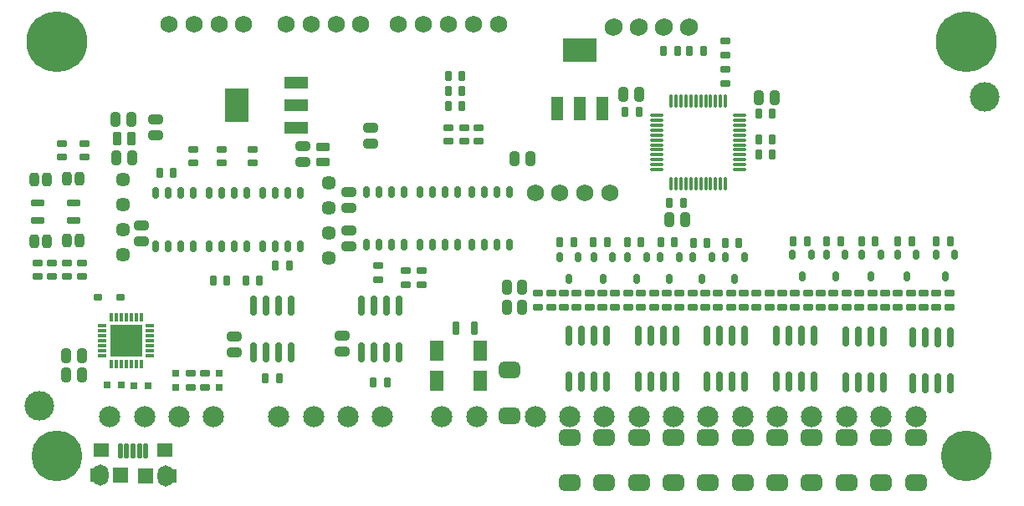
<source format=gbs>
G04 Layer_Color=16711935*
%FSLAX44Y44*%
%MOMM*%
G71*
G01*
G75*
%ADD37R,3.2000X3.2000*%
%ADD38R,0.3000X0.9500*%
%ADD39R,0.9500X0.3000*%
%ADD69C,3.0000*%
G04:AMPARAMS|DCode=73|XSize=0.65mm|YSize=1.4mm|CornerRadius=0.2mm|HoleSize=0mm|Usage=FLASHONLY|Rotation=270.000|XOffset=0mm|YOffset=0mm|HoleType=Round|Shape=RoundedRectangle|*
%AMROUNDEDRECTD73*
21,1,0.6500,1.0000,0,0,270.0*
21,1,0.2500,1.4000,0,0,270.0*
1,1,0.4000,-0.5000,-0.1250*
1,1,0.4000,-0.5000,0.1250*
1,1,0.4000,0.5000,0.1250*
1,1,0.4000,0.5000,-0.1250*
%
%ADD73ROUNDEDRECTD73*%
G04:AMPARAMS|DCode=74|XSize=1.35mm|YSize=0.95mm|CornerRadius=0.275mm|HoleSize=0mm|Usage=FLASHONLY|Rotation=90.000|XOffset=0mm|YOffset=0mm|HoleType=Round|Shape=RoundedRectangle|*
%AMROUNDEDRECTD74*
21,1,1.3500,0.4000,0,0,90.0*
21,1,0.8000,0.9500,0,0,90.0*
1,1,0.5500,0.2000,0.4000*
1,1,0.5500,0.2000,-0.4000*
1,1,0.5500,-0.2000,-0.4000*
1,1,0.5500,-0.2000,0.4000*
%
%ADD74ROUNDEDRECTD74*%
%ADD75C,0.1500*%
%ADD76O,1.6500X2.1500*%
%ADD77C,2.1500*%
%ADD78C,1.7500*%
%ADD79C,1.4500*%
%ADD80C,5.1500*%
%ADD81C,6.1500*%
G04:AMPARAMS|DCode=82|XSize=2.15mm|YSize=1.65mm|CornerRadius=0.45mm|HoleSize=0mm|Usage=FLASHONLY|Rotation=180.000|XOffset=0mm|YOffset=0mm|HoleType=Round|Shape=RoundedRectangle|*
%AMROUNDEDRECTD82*
21,1,2.1500,0.7500,0,0,180.0*
21,1,1.2500,1.6500,0,0,180.0*
1,1,0.9000,-0.6250,0.3750*
1,1,0.9000,0.6250,0.3750*
1,1,0.9000,0.6250,-0.3750*
1,1,0.9000,-0.6250,-0.3750*
%
%ADD82ROUNDEDRECTD82*%
%ADD83O,0.7500X2.0500*%
G04:AMPARAMS|DCode=84|XSize=0.65mm|YSize=0.95mm|CornerRadius=0.2mm|HoleSize=0mm|Usage=FLASHONLY|Rotation=180.000|XOffset=0mm|YOffset=0mm|HoleType=Round|Shape=RoundedRectangle|*
%AMROUNDEDRECTD84*
21,1,0.6500,0.5500,0,0,180.0*
21,1,0.2500,0.9500,0,0,180.0*
1,1,0.4000,-0.1250,0.2750*
1,1,0.4000,0.1250,0.2750*
1,1,0.4000,0.1250,-0.2750*
1,1,0.4000,-0.1250,-0.2750*
%
%ADD84ROUNDEDRECTD84*%
G04:AMPARAMS|DCode=85|XSize=1mm|YSize=0.75mm|CornerRadius=0.225mm|HoleSize=0mm|Usage=FLASHONLY|Rotation=90.000|XOffset=0mm|YOffset=0mm|HoleType=Round|Shape=RoundedRectangle|*
%AMROUNDEDRECTD85*
21,1,1.0000,0.3000,0,0,90.0*
21,1,0.5500,0.7500,0,0,90.0*
1,1,0.4500,0.1500,0.2750*
1,1,0.4500,0.1500,-0.2750*
1,1,0.4500,-0.1500,-0.2750*
1,1,0.4500,-0.1500,0.2750*
%
%ADD85ROUNDEDRECTD85*%
G04:AMPARAMS|DCode=86|XSize=1mm|YSize=0.75mm|CornerRadius=0.225mm|HoleSize=0mm|Usage=FLASHONLY|Rotation=180.000|XOffset=0mm|YOffset=0mm|HoleType=Round|Shape=RoundedRectangle|*
%AMROUNDEDRECTD86*
21,1,1.0000,0.3000,0,0,180.0*
21,1,0.5500,0.7500,0,0,180.0*
1,1,0.4500,-0.2750,0.1500*
1,1,0.4500,0.2750,0.1500*
1,1,0.4500,0.2750,-0.1500*
1,1,0.4500,-0.2750,-0.1500*
%
%ADD86ROUNDEDRECTD86*%
G04:AMPARAMS|DCode=87|XSize=0.95mm|YSize=1.45mm|CornerRadius=0.275mm|HoleSize=0mm|Usage=FLASHONLY|Rotation=0.000|XOffset=0mm|YOffset=0mm|HoleType=Round|Shape=RoundedRectangle|*
%AMROUNDEDRECTD87*
21,1,0.9500,0.9000,0,0,0.0*
21,1,0.4000,1.4500,0,0,0.0*
1,1,0.5500,0.2000,-0.4500*
1,1,0.5500,-0.2000,-0.4500*
1,1,0.5500,-0.2000,0.4500*
1,1,0.5500,0.2000,0.4500*
%
%ADD87ROUNDEDRECTD87*%
G04:AMPARAMS|DCode=88|XSize=0.95mm|YSize=1.45mm|CornerRadius=0.275mm|HoleSize=0mm|Usage=FLASHONLY|Rotation=270.000|XOffset=0mm|YOffset=0mm|HoleType=Round|Shape=RoundedRectangle|*
%AMROUNDEDRECTD88*
21,1,0.9500,0.9000,0,0,270.0*
21,1,0.4000,1.4500,0,0,270.0*
1,1,0.5500,-0.4500,-0.2000*
1,1,0.5500,-0.4500,0.2000*
1,1,0.5500,0.4500,0.2000*
1,1,0.5500,0.4500,-0.2000*
%
%ADD88ROUNDEDRECTD88*%
G04:AMPARAMS|DCode=89|XSize=1.55mm|YSize=0.5mm|CornerRadius=0.1625mm|HoleSize=0mm|Usage=FLASHONLY|Rotation=90.000|XOffset=0mm|YOffset=0mm|HoleType=Round|Shape=RoundedRectangle|*
%AMROUNDEDRECTD89*
21,1,1.5500,0.1750,0,0,90.0*
21,1,1.2250,0.5000,0,0,90.0*
1,1,0.3250,0.0875,0.6125*
1,1,0.3250,0.0875,-0.6125*
1,1,0.3250,-0.0875,-0.6125*
1,1,0.3250,-0.0875,0.6125*
%
%ADD89ROUNDEDRECTD89*%
%ADD90R,1.5500X1.3500*%
%ADD91R,1.6500X1.6500*%
%ADD92O,1.3500X0.4000*%
%ADD93O,0.4000X1.3500*%
%ADD94R,2.3500X3.4500*%
%ADD95R,2.3500X1.1500*%
%ADD96R,3.4500X2.3500*%
%ADD97R,1.1500X2.3500*%
G04:AMPARAMS|DCode=98|XSize=1.4mm|YSize=0.85mm|CornerRadius=0.25mm|HoleSize=0mm|Usage=FLASHONLY|Rotation=90.000|XOffset=0mm|YOffset=0mm|HoleType=Round|Shape=RoundedRectangle|*
%AMROUNDEDRECTD98*
21,1,1.4000,0.3500,0,0,90.0*
21,1,0.9000,0.8500,0,0,90.0*
1,1,0.5000,0.1750,0.4500*
1,1,0.5000,0.1750,-0.4500*
1,1,0.5000,-0.1750,-0.4500*
1,1,0.5000,-0.1750,0.4500*
%
%ADD98ROUNDEDRECTD98*%
G04:AMPARAMS|DCode=99|XSize=1.4mm|YSize=0.85mm|CornerRadius=0.25mm|HoleSize=0mm|Usage=FLASHONLY|Rotation=180.000|XOffset=0mm|YOffset=0mm|HoleType=Round|Shape=RoundedRectangle|*
%AMROUNDEDRECTD99*
21,1,1.4000,0.3500,0,0,180.0*
21,1,0.9000,0.8500,0,0,180.0*
1,1,0.5000,-0.4500,0.1750*
1,1,0.5000,0.4500,0.1750*
1,1,0.5000,0.4500,-0.1750*
1,1,0.5000,-0.4500,-0.1750*
%
%ADD99ROUNDEDRECTD99*%
%ADD100O,0.7500X1.2500*%
%ADD101R,1.3500X2.0500*%
G04:AMPARAMS|DCode=102|XSize=0.75mm|YSize=0.85mm|CornerRadius=0.225mm|HoleSize=0mm|Usage=FLASHONLY|Rotation=90.000|XOffset=0mm|YOffset=0mm|HoleType=Round|Shape=RoundedRectangle|*
%AMROUNDEDRECTD102*
21,1,0.7500,0.4000,0,0,90.0*
21,1,0.3000,0.8500,0,0,90.0*
1,1,0.4500,0.2000,0.1500*
1,1,0.4500,0.2000,-0.1500*
1,1,0.4500,-0.2000,-0.1500*
1,1,0.4500,-0.2000,0.1500*
%
%ADD102ROUNDEDRECTD102*%
G04:AMPARAMS|DCode=103|XSize=0.65mm|YSize=1.4mm|CornerRadius=0.2mm|HoleSize=0mm|Usage=FLASHONLY|Rotation=180.000|XOffset=0mm|YOffset=0mm|HoleType=Round|Shape=RoundedRectangle|*
%AMROUNDEDRECTD103*
21,1,0.6500,1.0000,0,0,180.0*
21,1,0.2500,1.4000,0,0,180.0*
1,1,0.4000,-0.1250,0.5000*
1,1,0.4000,0.1250,0.5000*
1,1,0.4000,0.1250,-0.5000*
1,1,0.4000,-0.1250,-0.5000*
%
%ADD103ROUNDEDRECTD103*%
%ADD104R,0.6500X0.6500*%
%ADD105R,0.6500X0.6500*%
D37*
X110000Y157000D02*
D03*
D38*
X125000Y133000D02*
D03*
X120000D02*
D03*
X115000D02*
D03*
X110000D02*
D03*
X105000D02*
D03*
X100000Y133000D02*
D03*
X95000D02*
D03*
Y181000D02*
D03*
X100000D02*
D03*
X105000Y181000D02*
D03*
X110000D02*
D03*
X115000D02*
D03*
X120000D02*
D03*
X125000D02*
D03*
D39*
X86000Y142000D02*
D03*
Y147000D02*
D03*
Y152000D02*
D03*
Y157000D02*
D03*
Y162000D02*
D03*
Y167000D02*
D03*
Y172000D02*
D03*
X134000D02*
D03*
Y167000D02*
D03*
Y162000D02*
D03*
Y157000D02*
D03*
Y152000D02*
D03*
Y147000D02*
D03*
Y142000D02*
D03*
D69*
X979000Y404000D02*
D03*
X22000Y91000D02*
D03*
D73*
X20000Y279000D02*
D03*
Y297000D02*
D03*
X57000Y279000D02*
D03*
Y297000D02*
D03*
D74*
X16650Y320500D02*
D03*
Y257500D02*
D03*
X29350D02*
D03*
Y320500D02*
D03*
X49650Y258500D02*
D03*
Y321500D02*
D03*
X62350D02*
D03*
Y258500D02*
D03*
D75*
X97000Y43000D02*
D03*
X137000D02*
D03*
X525500Y473500D02*
D03*
X756500D02*
D03*
Y237500D02*
D03*
X525500Y238500D02*
D03*
D76*
X84000Y21000D02*
D03*
X150000Y20000D02*
D03*
D77*
X198500Y80000D02*
D03*
X163500D02*
D03*
X93500D02*
D03*
X128500D02*
D03*
X429500D02*
D03*
X464500D02*
D03*
X874000D02*
D03*
X909000D02*
D03*
X629000D02*
D03*
X594000D02*
D03*
X524000D02*
D03*
X559000D02*
D03*
X664000D02*
D03*
X699000D02*
D03*
X734000D02*
D03*
X769000D02*
D03*
X839000D02*
D03*
X804000D02*
D03*
X299500D02*
D03*
X264500D02*
D03*
X334500D02*
D03*
X369500D02*
D03*
D78*
X653800Y474500D02*
D03*
X603000D02*
D03*
X628400D02*
D03*
X679200D02*
D03*
X229000Y478000D02*
D03*
X204400D02*
D03*
X153600D02*
D03*
X179000D02*
D03*
X347000D02*
D03*
X322400D02*
D03*
X271600D02*
D03*
X297000D02*
D03*
X524000Y307000D02*
D03*
X548600D02*
D03*
X599400D02*
D03*
X574000D02*
D03*
X385400Y478000D02*
D03*
X410800D02*
D03*
X436200D02*
D03*
X487000D02*
D03*
X461600D02*
D03*
X679700Y475000D02*
D03*
X628900D02*
D03*
X603500D02*
D03*
X654300D02*
D03*
D79*
X315000Y317100D02*
D03*
Y291700D02*
D03*
Y266300D02*
D03*
Y240900D02*
D03*
X107000Y320100D02*
D03*
Y294700D02*
D03*
Y269300D02*
D03*
Y243900D02*
D03*
D80*
X40000Y40000D02*
D03*
X960000D02*
D03*
D81*
Y460000D02*
D03*
X40000D02*
D03*
D82*
X498000Y81000D02*
D03*
Y127000D02*
D03*
X909000Y13000D02*
D03*
Y59000D02*
D03*
X804000Y13000D02*
D03*
Y59000D02*
D03*
X874000Y13000D02*
D03*
Y59000D02*
D03*
X769000Y13000D02*
D03*
Y59000D02*
D03*
X839000Y13000D02*
D03*
Y59000D02*
D03*
X734000Y13000D02*
D03*
Y59000D02*
D03*
X699000Y13000D02*
D03*
Y59000D02*
D03*
X664000Y13000D02*
D03*
Y59000D02*
D03*
X629000Y13000D02*
D03*
Y59000D02*
D03*
X594000Y13000D02*
D03*
Y59000D02*
D03*
X559000Y13000D02*
D03*
Y59000D02*
D03*
D83*
X905950Y160500D02*
D03*
X918650D02*
D03*
X931350D02*
D03*
X944050D02*
D03*
X905950Y113500D02*
D03*
X918650D02*
D03*
X931350D02*
D03*
X944050D02*
D03*
X837950Y161500D02*
D03*
X850650D02*
D03*
X863350D02*
D03*
X876050D02*
D03*
X837950Y114500D02*
D03*
X850650D02*
D03*
X863350D02*
D03*
X876050D02*
D03*
X596050Y115500D02*
D03*
X583350D02*
D03*
X570650D02*
D03*
X557950D02*
D03*
X596050Y162500D02*
D03*
X583350D02*
D03*
X570650D02*
D03*
X557950D02*
D03*
X666050Y115500D02*
D03*
X653350D02*
D03*
X640650D02*
D03*
X627950D02*
D03*
X666050Y162500D02*
D03*
X653350D02*
D03*
X640650D02*
D03*
X627950D02*
D03*
X736050Y115500D02*
D03*
X723350D02*
D03*
X710650D02*
D03*
X697950D02*
D03*
X736050Y162500D02*
D03*
X723350D02*
D03*
X710650D02*
D03*
X697950D02*
D03*
X806050Y115500D02*
D03*
X793350D02*
D03*
X780650D02*
D03*
X767950D02*
D03*
X806050Y162500D02*
D03*
X793350D02*
D03*
X780650D02*
D03*
X767950D02*
D03*
X277050Y145500D02*
D03*
X264350D02*
D03*
X251650D02*
D03*
X238950D02*
D03*
X277050Y192500D02*
D03*
X264350D02*
D03*
X251650D02*
D03*
X238950D02*
D03*
X386050Y145500D02*
D03*
X373350D02*
D03*
X360650D02*
D03*
X347950D02*
D03*
X386050Y192500D02*
D03*
X373350D02*
D03*
X360650D02*
D03*
X347950D02*
D03*
D84*
X929500Y244000D02*
D03*
X948500D02*
D03*
X939000Y222000D02*
D03*
X890500Y244000D02*
D03*
X909500D02*
D03*
X900000Y222000D02*
D03*
X854500Y244000D02*
D03*
X873500D02*
D03*
X864000Y222000D02*
D03*
X548500Y242000D02*
D03*
X567500D02*
D03*
X558000Y220000D02*
D03*
X593000D02*
D03*
X602500Y242000D02*
D03*
X583500D02*
D03*
X627000Y220000D02*
D03*
X636500Y242000D02*
D03*
X617500D02*
D03*
X660000Y220000D02*
D03*
X669500Y242000D02*
D03*
X650500D02*
D03*
X693000Y220000D02*
D03*
X702500Y242000D02*
D03*
X683500D02*
D03*
X726000Y220000D02*
D03*
X735500Y242000D02*
D03*
X716500D02*
D03*
X794000Y222000D02*
D03*
X803500Y244000D02*
D03*
X784500D02*
D03*
X828000Y222000D02*
D03*
X837500Y244000D02*
D03*
X818500D02*
D03*
D85*
X944000Y258000D02*
D03*
X930000D02*
D03*
X905000D02*
D03*
X891000D02*
D03*
X868000D02*
D03*
X854000D02*
D03*
X668000Y451000D02*
D03*
X654000D02*
D03*
X680000D02*
D03*
X694000D02*
D03*
X563000Y257000D02*
D03*
X549000D02*
D03*
X450000Y395000D02*
D03*
X436000D02*
D03*
X450000Y410000D02*
D03*
X436000D02*
D03*
X450000Y425000D02*
D03*
X436000D02*
D03*
X764000Y360999D02*
D03*
X750000D02*
D03*
X629000Y388999D02*
D03*
X615000D02*
D03*
X660000Y297001D02*
D03*
X674000D02*
D03*
X750000Y346001D02*
D03*
X764000D02*
D03*
X750000Y387001D02*
D03*
X764000D02*
D03*
X212000Y218000D02*
D03*
X198000D02*
D03*
X245000D02*
D03*
X231000D02*
D03*
X251000Y119000D02*
D03*
X265000D02*
D03*
X261000Y233000D02*
D03*
X275000D02*
D03*
X583000Y257000D02*
D03*
X597000D02*
D03*
X617000D02*
D03*
X631000D02*
D03*
X374000Y115000D02*
D03*
X360000D02*
D03*
X651000Y257000D02*
D03*
X665000D02*
D03*
X684000Y256000D02*
D03*
X698000D02*
D03*
X716000D02*
D03*
X730000D02*
D03*
X785000Y258000D02*
D03*
X799000D02*
D03*
X819000D02*
D03*
X833000D02*
D03*
X158000Y326999D02*
D03*
X144000D02*
D03*
D86*
X917000Y205000D02*
D03*
Y191000D02*
D03*
X930000D02*
D03*
Y205000D02*
D03*
X943000D02*
D03*
Y191000D02*
D03*
X904000Y205000D02*
D03*
Y191000D02*
D03*
X891000D02*
D03*
Y205000D02*
D03*
X878000D02*
D03*
Y191000D02*
D03*
X839000Y205000D02*
D03*
Y191000D02*
D03*
X852000D02*
D03*
Y205000D02*
D03*
X865000D02*
D03*
Y191000D02*
D03*
X540000Y205000D02*
D03*
Y191000D02*
D03*
X826000Y205000D02*
D03*
Y191000D02*
D03*
X761000Y205000D02*
D03*
Y191000D02*
D03*
X748000Y205000D02*
D03*
Y191000D02*
D03*
X683000Y205000D02*
D03*
Y191000D02*
D03*
X670000Y205000D02*
D03*
Y191000D02*
D03*
X605000Y205000D02*
D03*
Y191000D02*
D03*
X592000Y205000D02*
D03*
Y191000D02*
D03*
X527000Y205000D02*
D03*
Y191000D02*
D03*
X65000Y236000D02*
D03*
Y222000D02*
D03*
X20000Y236000D02*
D03*
Y222000D02*
D03*
X715999Y418000D02*
D03*
Y432000D02*
D03*
X178000Y351000D02*
D03*
Y337000D02*
D03*
X553000Y205000D02*
D03*
Y191000D02*
D03*
X207000Y351000D02*
D03*
Y337000D02*
D03*
X238000Y351000D02*
D03*
Y337000D02*
D03*
X566000Y191000D02*
D03*
Y205000D02*
D03*
X716000Y461000D02*
D03*
Y447000D02*
D03*
X579000Y205000D02*
D03*
Y191000D02*
D03*
X618000D02*
D03*
Y205000D02*
D03*
X631000D02*
D03*
Y191000D02*
D03*
X436000Y373000D02*
D03*
Y359000D02*
D03*
X365000Y219000D02*
D03*
Y233000D02*
D03*
X393000Y228000D02*
D03*
Y214000D02*
D03*
X452000Y373000D02*
D03*
Y359000D02*
D03*
X644000Y191000D02*
D03*
Y205000D02*
D03*
X409000Y214000D02*
D03*
Y228000D02*
D03*
X657000Y205000D02*
D03*
Y191000D02*
D03*
X467000Y373000D02*
D03*
Y359000D02*
D03*
X696000Y191000D02*
D03*
Y205000D02*
D03*
X709000D02*
D03*
Y191000D02*
D03*
X722000D02*
D03*
Y205000D02*
D03*
X735000D02*
D03*
Y191000D02*
D03*
X774000D02*
D03*
Y205000D02*
D03*
X787000D02*
D03*
Y191000D02*
D03*
X800000D02*
D03*
Y205000D02*
D03*
X813000D02*
D03*
Y191000D02*
D03*
X190000Y110000D02*
D03*
Y124000D02*
D03*
X175000Y110000D02*
D03*
Y124000D02*
D03*
X68000Y357000D02*
D03*
Y343000D02*
D03*
X50000Y222000D02*
D03*
Y236000D02*
D03*
X35000Y222000D02*
D03*
Y236000D02*
D03*
X45000Y357000D02*
D03*
Y343000D02*
D03*
D87*
X750000Y403000D02*
D03*
X766000D02*
D03*
X629000Y407000D02*
D03*
X613000D02*
D03*
X511000Y211000D02*
D03*
X495000D02*
D03*
X503000Y342000D02*
D03*
X519000D02*
D03*
X511000Y191000D02*
D03*
X495000D02*
D03*
X116000Y342750D02*
D03*
X100000D02*
D03*
X115000Y381750D02*
D03*
X99000D02*
D03*
X49000Y122000D02*
D03*
X65000D02*
D03*
X49000Y142000D02*
D03*
X65000D02*
D03*
X676000Y280000D02*
D03*
X660000D02*
D03*
D88*
X357000Y373000D02*
D03*
Y357000D02*
D03*
X289000Y354000D02*
D03*
Y338000D02*
D03*
X335000Y292000D02*
D03*
Y308000D02*
D03*
Y253000D02*
D03*
Y269000D02*
D03*
X140000Y381000D02*
D03*
Y365000D02*
D03*
X329000Y162000D02*
D03*
Y146000D02*
D03*
X219000Y161000D02*
D03*
Y145000D02*
D03*
X125000Y258000D02*
D03*
Y274000D02*
D03*
D89*
X117000Y45500D02*
D03*
X123500D02*
D03*
X104000D02*
D03*
X110500D02*
D03*
X130000D02*
D03*
D90*
X153000Y20000D02*
D03*
X149000Y46500D02*
D03*
X85000D02*
D03*
X81000Y21000D02*
D03*
D91*
X130000Y20000D02*
D03*
X104000Y21000D02*
D03*
D92*
X731000Y385500D02*
D03*
Y380500D02*
D03*
Y375500D02*
D03*
Y370500D02*
D03*
Y365500D02*
D03*
Y360500D02*
D03*
Y355500D02*
D03*
Y350500D02*
D03*
Y345500D02*
D03*
Y340500D02*
D03*
Y335500D02*
D03*
Y330500D02*
D03*
X647000D02*
D03*
Y335500D02*
D03*
Y340500D02*
D03*
Y345500D02*
D03*
Y350500D02*
D03*
Y355500D02*
D03*
Y360500D02*
D03*
Y365500D02*
D03*
Y370500D02*
D03*
Y375500D02*
D03*
Y380500D02*
D03*
Y385500D02*
D03*
D93*
X716500Y316000D02*
D03*
X711500D02*
D03*
X706500D02*
D03*
X701500D02*
D03*
X696500D02*
D03*
X691500D02*
D03*
X686500D02*
D03*
X681500D02*
D03*
X676500D02*
D03*
X671500D02*
D03*
X666500D02*
D03*
X661500D02*
D03*
Y400000D02*
D03*
X666500D02*
D03*
X671500D02*
D03*
X676500D02*
D03*
X681500D02*
D03*
X686500D02*
D03*
X691500D02*
D03*
X696500D02*
D03*
X701500D02*
D03*
X706500D02*
D03*
X711500D02*
D03*
X716500D02*
D03*
D94*
X222000Y396000D02*
D03*
D95*
X282000Y373000D02*
D03*
Y396000D02*
D03*
Y419000D02*
D03*
D96*
X569000Y452000D02*
D03*
D97*
X546000Y392000D02*
D03*
X569000D02*
D03*
X592000D02*
D03*
D98*
X115500Y362000D02*
D03*
X100500Y362002D02*
D03*
D99*
X309000Y353500D02*
D03*
X308998Y338500D02*
D03*
D100*
X232050Y253000D02*
D03*
X219350D02*
D03*
X206650D02*
D03*
X193950D02*
D03*
X232050Y307000D02*
D03*
X219350D02*
D03*
X206650D02*
D03*
X193950D02*
D03*
X286050Y253000D02*
D03*
X273350D02*
D03*
X260650D02*
D03*
X247950D02*
D03*
X286050Y307000D02*
D03*
X273350D02*
D03*
X260650D02*
D03*
X247950D02*
D03*
X352950Y308000D02*
D03*
X365650D02*
D03*
X378350D02*
D03*
X391050D02*
D03*
X352950Y254000D02*
D03*
X365650D02*
D03*
X378350D02*
D03*
X391050D02*
D03*
X445050D02*
D03*
X432350D02*
D03*
X419650D02*
D03*
X406950D02*
D03*
X445050Y308000D02*
D03*
X432350D02*
D03*
X419650D02*
D03*
X406950D02*
D03*
X498050Y254000D02*
D03*
X485350D02*
D03*
X472650D02*
D03*
X459950D02*
D03*
X498050Y308000D02*
D03*
X485350D02*
D03*
X472650D02*
D03*
X459950D02*
D03*
X139950Y307000D02*
D03*
X152650D02*
D03*
X165350D02*
D03*
X178050D02*
D03*
X139950Y253000D02*
D03*
X152650D02*
D03*
X165350D02*
D03*
X178050D02*
D03*
D101*
X468000Y116000D02*
D03*
X424000D02*
D03*
X468000Y147000D02*
D03*
X424000D02*
D03*
D102*
X81500Y201000D02*
D03*
X104500D02*
D03*
D103*
X444000Y170000D02*
D03*
X462000D02*
D03*
D104*
X203994Y124000D02*
D03*
X204006Y110000D02*
D03*
X159994Y124000D02*
D03*
X160006Y110000D02*
D03*
D105*
X105000Y112006D02*
D03*
X91000Y111994D02*
D03*
X118000Y110994D02*
D03*
X132000Y111006D02*
D03*
M02*

</source>
